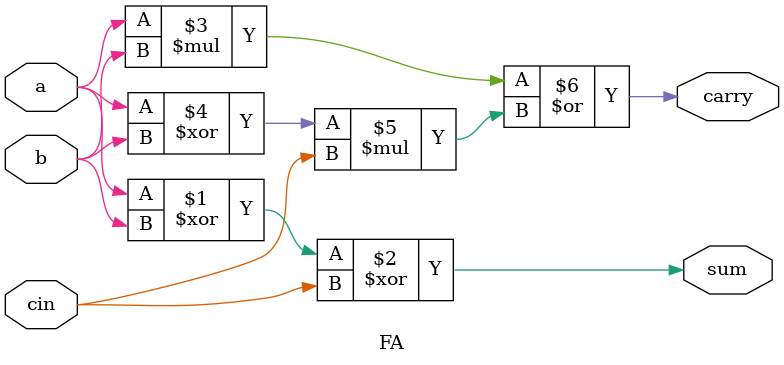
<source format=v>
module FA(input a, input b, input cin, output sum , output carry);
  wire s,c,cout ;
  // data flow 
   assign sum = (a^b^cin);
  assign carry = ((a*b) |(a^b)*cin ); 
  
endmodule









</source>
